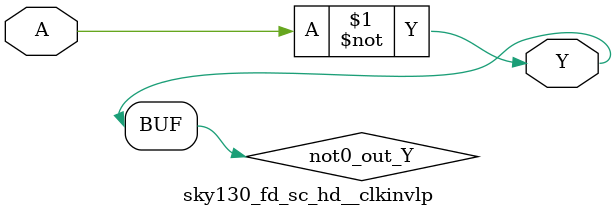
<source format=v>
/*
 * Copyright 2020 The SkyWater PDK Authors
 *
 * Licensed under the Apache License, Version 2.0 (the "License");
 * you may not use this file except in compliance with the License.
 * You may obtain a copy of the License at
 *
 *     https://www.apache.org/licenses/LICENSE-2.0
 *
 * Unless required by applicable law or agreed to in writing, software
 * distributed under the License is distributed on an "AS IS" BASIS,
 * WITHOUT WARRANTIES OR CONDITIONS OF ANY KIND, either express or implied.
 * See the License for the specific language governing permissions and
 * limitations under the License.
 *
 * SPDX-License-Identifier: Apache-2.0
*/


`ifndef SKY130_FD_SC_HD__CLKINVLP_FUNCTIONAL_V
`define SKY130_FD_SC_HD__CLKINVLP_FUNCTIONAL_V

/**
 * clkinvlp: Lower power Clock tree inverter.
 *
 * Verilog simulation functional model.
 */

`timescale 1ns / 1ps
`default_nettype none

`celldefine
module sky130_fd_sc_hd__clkinvlp (
    Y,
    A
);

    // Module ports
    output Y;
    input  A;

    // Local signals
    wire not0_out_Y;

    //  Name  Output      Other arguments
    not not0 (not0_out_Y, A              );
    buf buf0 (Y         , not0_out_Y     );

endmodule
`endcelldefine

`default_nettype wire
`endif  // SKY130_FD_SC_HD__CLKINVLP_FUNCTIONAL_V

</source>
